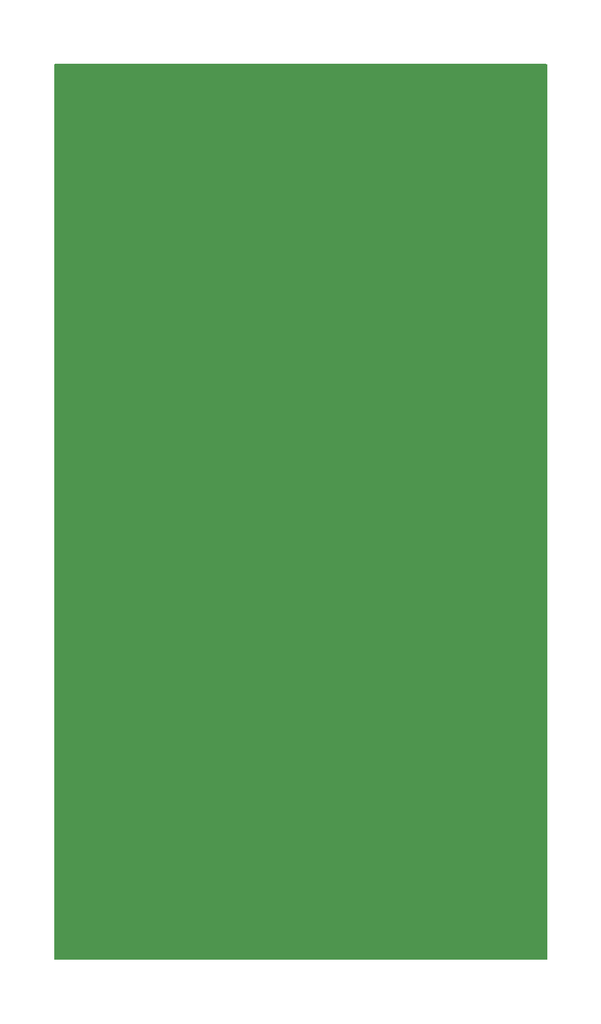
<source format=gbr>
%TF.GenerationSoftware,KiCad,Pcbnew,7.0.1*%
%TF.CreationDate,2024-01-09T19:04:09-05:00*%
%TF.ProjectId,common_faceplate,636f6d6d-6f6e-45f6-9661-6365706c6174,rev?*%
%TF.SameCoordinates,Original*%
%TF.FileFunction,Copper,L2,Bot*%
%TF.FilePolarity,Positive*%
%FSLAX46Y46*%
G04 Gerber Fmt 4.6, Leading zero omitted, Abs format (unit mm)*
G04 Created by KiCad (PCBNEW 7.0.1) date 2024-01-09 19:04:09*
%MOMM*%
%LPD*%
G01*
G04 APERTURE LIST*
%TA.AperFunction,ComponentPad*%
%ADD10C,7.924800*%
%TD*%
%TA.AperFunction,ComponentPad*%
%ADD11C,11.430000*%
%TD*%
%TA.AperFunction,ComponentPad*%
%ADD12C,6.299200*%
%TD*%
%TA.AperFunction,ComponentPad*%
%ADD13C,6.223000*%
%TD*%
%TA.AperFunction,ComponentPad*%
%ADD14C,3.810000*%
%TD*%
%TA.AperFunction,ComponentPad*%
%ADD15O,10.160000X5.740400*%
%TD*%
G04 APERTURE END LIST*
D10*
%TO.P,REF\u002A\u002A,*%
%TO.N,front*%
X75514200Y-139192000D03*
%TD*%
%TO.P,REF\u002A\u002A,*%
%TO.N,front*%
X103454200Y-139192000D03*
%TD*%
D11*
%TO.P,REF\u002A\u002A,1*%
%TO.N,front*%
X50088800Y-101752400D03*
%TD*%
%TO.P,REF\u002A\u002A,1*%
%TO.N,front*%
X100888800Y-101752400D03*
%TD*%
D10*
%TO.P,REF\u002A\u002A,*%
%TO.N,front*%
X89484200Y-139192000D03*
%TD*%
%TO.P,REF\u002A\u002A,*%
%TO.N,front*%
X75514200Y-125349000D03*
%TD*%
D12*
%TO.P,REF\u002A\u002A,*%
%TO.N,front*%
X75488800Y-108102400D03*
%TD*%
D13*
%TO.P,REF\u002A\u002A,*%
%TO.N,front*%
X85902800Y-104292400D03*
%TD*%
D10*
%TO.P,REF\u002A\u002A,*%
%TO.N,front*%
X47574200Y-139192000D03*
%TD*%
D14*
%TO.P,REF\u002A\u002A,*%
%TO.N,front*%
X79933800Y-101244400D03*
%TD*%
D15*
%TO.P,REF\u002A\u002A,1*%
%TO.N,front*%
X50088800Y-32969200D03*
%TD*%
%TO.P,REF\u002A\u002A,1*%
%TO.N,front*%
X50088800Y-155524200D03*
%TD*%
D11*
%TO.P,REF\u002A\u002A,1*%
%TO.N,front*%
X100888800Y-73812400D03*
%TD*%
D10*
%TO.P,REF\u002A\u002A,*%
%TO.N,front*%
X61544200Y-125349000D03*
%TD*%
D13*
%TO.P,REF\u002A\u002A,*%
%TO.N,front*%
X65074800Y-104292400D03*
%TD*%
D10*
%TO.P,REF\u002A\u002A,*%
%TO.N,front*%
X75514200Y-139192000D03*
%TD*%
D11*
%TO.P,REF\u002A\u002A,1*%
%TO.N,front*%
X100888800Y-45872400D03*
%TD*%
D10*
%TO.P,REF\u002A\u002A,*%
%TO.N,front*%
X47574200Y-125349000D03*
%TD*%
D15*
%TO.P,REF\u002A\u002A,1*%
%TO.N,front*%
X100888800Y-155524200D03*
%TD*%
%TO.P,REF\u002A\u002A,1*%
%TO.N,front*%
X100888800Y-32969200D03*
%TD*%
D11*
%TO.P,REF\u002A\u002A,1*%
%TO.N,front*%
X50088800Y-73812400D03*
%TD*%
D10*
%TO.P,REF\u002A\u002A,*%
%TO.N,front*%
X89484200Y-125349000D03*
%TD*%
%TO.P,REF\u002A\u002A,*%
%TO.N,front*%
X103454200Y-125349000D03*
%TD*%
D14*
%TO.P,REF\u002A\u002A,*%
%TO.N,front*%
X71043800Y-101244400D03*
%TD*%
D11*
%TO.P,REF\u002A\u002A,1*%
%TO.N,front*%
X75488800Y-87782400D03*
%TD*%
D10*
%TO.P,REF\u002A\u002A,*%
%TO.N,front*%
X75514200Y-125349000D03*
%TD*%
%TO.P,REF\u002A\u002A,*%
%TO.N,front*%
X61544200Y-139192000D03*
%TD*%
D11*
%TO.P,REF\u002A\u002A,1*%
%TO.N,front*%
X50088800Y-45872400D03*
%TD*%
%TO.P,REF\u002A\u002A,1*%
%TO.N,front*%
X75488800Y-59842400D03*
%TD*%
%TA.AperFunction,Conductor*%
%TO.N,front*%
G36*
X110834400Y-30017113D02*
G01*
X110879787Y-30062500D01*
X110896400Y-30124500D01*
X110896400Y-158375500D01*
X110879787Y-158437500D01*
X110834400Y-158482887D01*
X110772400Y-158499500D01*
X40230600Y-158499500D01*
X40168600Y-158482887D01*
X40123213Y-158437500D01*
X40106600Y-158375500D01*
X40106600Y-30124500D01*
X40123213Y-30062500D01*
X40168600Y-30017113D01*
X40230600Y-30000500D01*
X110772400Y-30000500D01*
X110834400Y-30017113D01*
G37*
%TD.AperFunction*%
%TD*%
M02*

</source>
